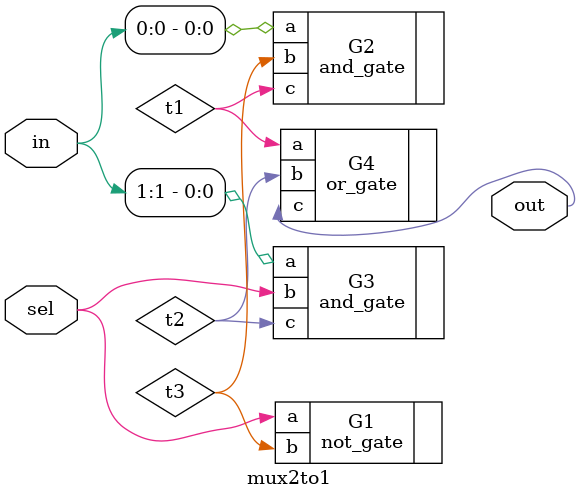
<source format=v>
`timescale 1ns / 1ps
module mux2to1(
    input [1:0] in,
    input sel,
    output out
    );
	 wire t1, t2, t3;
	 
	 not_gate G1(.a(sel), .b(t3));
	 and_gate G2(.a(in[0]), .b(t3),  .c(t1));
	 and_gate G3(.a(in[1]), .b(sel), .c(t2));      // .b(~sel) didn't worked,a not gate added to complement sel 
	 or_gate  G4(.a(t1), .b(t2), .c(out));

endmodule

</source>
